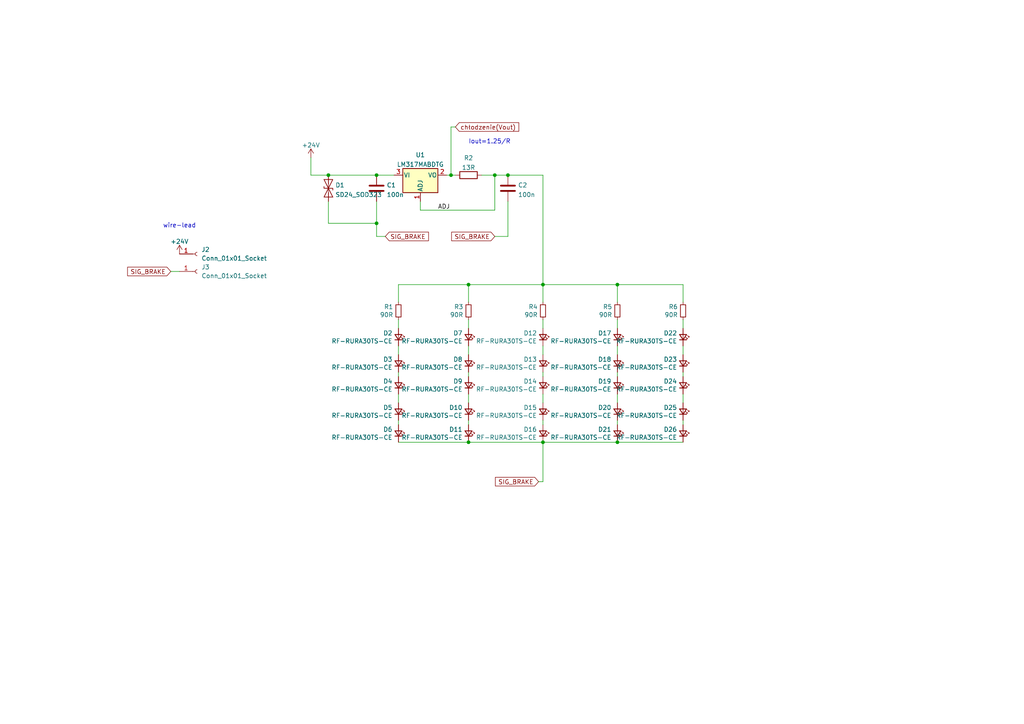
<source format=kicad_sch>
(kicad_sch (version 20231120) (generator "eeschema") (generator_version "8.0")
  (paper "A4")
  (title_block (title "Brake Light") (date "2020-11-22") (company "Put Motorsport"))
  (lib_symbols
    (symbol "Connector:Conn_01x01_Socket" (pin_names (offset 1.016) hide)
      (property "Reference" "J" (at 0 2.54 0))
      (property "Value" "Conn_01x01_Socket" (at 0 -2.54 0))
      (symbol "Conn_01x01_Socket_1_1"
        (polyline (pts (xy -1.27 0) (xy -0.508 0)) (stroke (width 0.1524)))
        (arc (start 0 0.508) (mid -0.5058 0) (end 0 -0.508) (stroke (width 0.1524)))
        (pin passive line (at -5.08 0 0) (length 3.81) (name "Pin_1") (number "1"))
      )
    )
    (symbol "Device:C" (pin_numbers hide) (pin_names (offset 0.254))
      (property "Reference" "C" (at 0.635 2.54 0))
      (property "Value" "C" (at 0.635 -2.54 0))
      (symbol "C_0_1"
        (polyline (pts (xy -2.032 -0.762) (xy 2.032 -0.762)) (stroke (width 0.508)))
        (polyline (pts (xy -2.032 0.762) (xy 2.032 0.762)) (stroke (width 0.508)))
      )
      (symbol "C_1_1"
        (pin passive line (at 0 3.81 270) (length 2.794) (name "~") (number "1"))
        (pin passive line (at 0 -3.81 90) (length 2.794) (name "~") (number "2"))
      )
    )
    (symbol "Device:LED_Small" (pin_numbers hide) (pin_names (offset 0.254) hide)
      (property "Reference" "D" (at -1.27 3.175 0))
      (property "Value" "LED_Small" (at -4.445 -2.54 0))
      (symbol "LED_Small_0_1"
        (polyline (pts (xy -0.762 -1.016) (xy -0.762 1.016)) (stroke (width 0.254)))
        (polyline (pts (xy 1.016 0) (xy -0.762 0)))
        (polyline (pts (xy 0.762 -1.016) (xy -0.762 0) (xy 0.762 1.016) (xy 0.762 -1.016)) (stroke (width 0.254)))
        (polyline (pts (xy 0 0.762) (xy -0.508 1.27) (xy -0.254 1.27) (xy -0.508 1.27) (xy -0.508 1.016)))
        (polyline (pts (xy 0.508 1.27) (xy 0 1.778) (xy 0.254 1.778) (xy 0 1.778) (xy 0 1.524)))
      )
      (symbol "LED_Small_1_1"
        (pin passive line (at -2.54 0 0) (length 1.778) (name "K") (number "1"))
        (pin passive line (at 2.54 0 180) (length 1.778) (name "A") (number "2"))
      )
    )
    (symbol "Device:R" (pin_numbers hide) (pin_names (offset 0))
      (property "Reference" "R" (at 2.032 0 90))
      (property "Value" "R" (at 0 0 90))
      (symbol "R_0_1"
        (rectangle (start -1.016 -2.54) (end 1.016 2.54) (stroke (width 0.254)))
      )
      (symbol "R_1_1"
        (pin passive line (at 0 3.81 270) (length 1.27) (name "~") (number "1"))
        (pin passive line (at 0 -3.81 90) (length 1.27) (name "~") (number "2"))
      )
    )
    (symbol "Device:R_Small" (pin_numbers hide) (pin_names (offset 0.254) hide)
      (property "Reference" "R" (at 0.762 0.508 0))
      (property "Value" "R_Small" (at 0.762 -1.016 0))
      (symbol "R_Small_0_1"
        (rectangle (start -0.762 1.778) (end 0.762 -1.778) (stroke (width 0.2032)))
      )
      (symbol "R_Small_1_1"
        (pin passive line (at 0 2.54 270) (length 0.762) (name "~") (number "1"))
        (pin passive line (at 0 -2.54 90) (length 0.762) (name "~") (number "2"))
      )
    )
    (symbol "Diode:SD24_SOD323" (pin_numbers hide) (pin_names (offset 1.016) hide)
      (property "Reference" "D" (at 0 2.54 0))
      (property "Value" "SD24_SOD323" (at 0 -2.54 0))
      (symbol "SD24_SOD323_0_1"
        (polyline (pts (xy 1.27 0) (xy -1.27 0)))
        (polyline (pts (xy -2.54 -1.27) (xy 0 0) (xy -2.54 1.27) (xy -2.54 -1.27)) (stroke (width 0.2032)))
        (polyline (pts (xy 0.508 1.27) (xy 0 1.27) (xy 0 -1.27) (xy -0.508 -1.27)) (stroke (width 0.2032)))
        (polyline (pts (xy 2.54 1.27) (xy 2.54 -1.27) (xy 0 0) (xy 2.54 1.27)) (stroke (width 0.2032)))
      )
      (symbol "SD24_SOD323_1_1"
        (pin passive line (at -3.81 0 0) (length 2.54) (name "A1") (number "1"))
        (pin passive line (at 3.81 0 180) (length 2.54) (name "A2") (number "2"))
      )
    )
    (symbol "Regulator_Linear:LM317_SOT-223" (pin_names (offset 0.254))
      (property "Reference" "U" (at -3.81 3.175 0))
      (property "Value" "LM317_SOT-223" (at 0 3.175 0))
      (symbol "LM317_SOT-223_0_1"
        (rectangle (start -5.08 1.905) (end 5.08 -5.08) (stroke (width 0.254)) (fill (type background)))
      )
      (symbol "LM317_SOT-223_1_1"
        (pin input line (at 0 -7.62 90) (length 2.54) (name "ADJ") (number "1"))
        (pin power_out line (at 7.62 0 180) (length 2.54) (name "VO") (number "2"))
        (pin power_in line (at -7.62 0 0) (length 2.54) (name "VI") (number "3"))
      )
    )
    (symbol "power:+24V" (power) (pin_names (offset 0))
      (property "Value" "+24V" (at 0 3.556 0))
      (symbol "+24V_0_1"
        (polyline (pts (xy -0.762 1.27) (xy 0 2.54)))
        (polyline (pts (xy 0 0) (xy 0 2.54)))
        (polyline (pts (xy 0 2.54) (xy 0.762 1.27)))
      )
      (symbol "+24V_1_1"
        (pin power_in line (at 0 0 90) (length 0) hide (name "+24V") (number "1"))
      )
    )
  )
  (junction (at 135.89 82.55))
  (junction (at 179.07 82.55))
  (junction (at 109.22 64.77))
  (junction (at 157.48 128.27))
  (junction (at 147.32 50.8))
  (junction (at 135.89 128.27))
  (junction (at 179.07 128.27))
  (junction (at 143.51 50.8))
  (junction (at 157.48 82.55))
  (junction (at 95.25 50.8))
  (junction (at 109.22 50.8))
  (junction (at 130.81 50.8))
  (wire (pts (xy 198.12 114.3) (xy 198.12 116.84)))
  (wire (pts (xy 198.12 128.27) (xy 179.07 128.27)))
  (wire (pts (xy 143.51 68.58) (xy 147.32 68.58)))
  (wire (pts (xy 198.12 107.95) (xy 198.12 109.22)))
  (wire (pts (xy 90.17 45.72) (xy 90.17 50.8)))
  (wire (pts (xy 156.21 139.7) (xy 157.48 139.7)))
  (wire (pts (xy 179.07 87.63) (xy 179.07 82.55)))
  (wire (pts (xy 157.48 128.27) (xy 135.89 128.27)))
  (wire (pts (xy 135.89 107.95) (xy 135.89 109.22)))
  (wire (pts (xy 115.57 92.71) (xy 115.57 95.25)))
  (wire (pts (xy 109.22 68.58) (xy 111.76 68.58)))
  (wire (pts (xy 198.12 82.55) (xy 198.12 87.63)))
  (wire (pts (xy 157.48 92.71) (xy 157.48 95.25)))
  (wire (pts (xy 130.81 50.8) (xy 132.08 50.8)))
  (wire (pts (xy 95.25 64.77) (xy 109.22 64.77)))
  (wire (pts (xy 135.89 82.55) (xy 157.48 82.55)))
  (wire (pts (xy 115.57 114.3) (xy 115.57 116.84)))
  (wire (pts (xy 135.89 100.33) (xy 135.89 102.87)))
  (wire (pts (xy 179.07 82.55) (xy 157.48 82.55)))
  (wire (pts (xy 109.22 50.8) (xy 114.3 50.8)))
  (wire (pts (xy 147.32 58.42) (xy 147.32 68.58)))
  (wire (pts (xy 130.81 50.8) (xy 130.81 36.83)))
  (wire (pts (xy 95.25 50.8) (xy 109.22 50.8)))
  (wire (pts (xy 115.57 100.33) (xy 115.57 102.87)))
  (wire (pts (xy 198.12 82.55) (xy 179.07 82.55)))
  (wire (pts (xy 157.48 139.7) (xy 157.48 128.27)))
  (wire (pts (xy 198.12 92.71) (xy 198.12 95.25)))
  (wire (pts (xy 135.89 121.92) (xy 135.89 123.19)))
  (wire (pts (xy 130.81 36.83) (xy 132.08 36.83)))
  (wire (pts (xy 109.22 64.77) (xy 109.22 58.42)))
  (wire (pts (xy 157.48 121.92) (xy 157.48 123.19)))
  (wire (pts (xy 157.48 100.33) (xy 157.48 102.87)))
  (wire (pts (xy 95.25 58.42) (xy 95.25 64.77)))
  (wire (pts (xy 115.57 107.95) (xy 115.57 109.22)))
  (wire (pts (xy 135.89 92.71) (xy 135.89 95.25)))
  (wire (pts (xy 179.07 121.92) (xy 179.07 123.19)))
  (wire (pts (xy 179.07 128.27) (xy 157.48 128.27)))
  (wire (pts (xy 143.51 50.8) (xy 139.7 50.8)))
  (wire (pts (xy 135.89 82.55) (xy 115.57 82.55)))
  (wire (pts (xy 121.92 60.96) (xy 143.51 60.96)))
  (wire (pts (xy 157.48 50.8) (xy 147.32 50.8)))
  (wire (pts (xy 179.07 107.95) (xy 179.07 109.22)))
  (wire (pts (xy 179.07 100.33) (xy 179.07 102.87)))
  (wire (pts (xy 135.89 128.27) (xy 115.57 128.27)))
  (wire (pts (xy 115.57 82.55) (xy 115.57 87.63)))
  (wire (pts (xy 157.48 50.8) (xy 157.48 82.55)))
  (wire (pts (xy 179.07 92.71) (xy 179.07 95.25)))
  (wire (pts (xy 198.12 121.92) (xy 198.12 123.19)))
  (wire (pts (xy 109.22 64.77) (xy 109.22 68.58)))
  (wire (pts (xy 143.51 60.96) (xy 143.51 50.8)))
  (wire (pts (xy 90.17 50.8) (xy 95.25 50.8)))
  (wire (pts (xy 49.53 78.74) (xy 52.07 78.74)))
  (wire (pts (xy 198.12 100.33) (xy 198.12 102.87)))
  (wire (pts (xy 135.89 114.3) (xy 135.89 116.84)))
  (wire (pts (xy 179.07 114.3) (xy 179.07 116.84)))
  (wire (pts (xy 115.57 123.19) (xy 115.57 121.92)))
  (wire (pts (xy 157.48 87.63) (xy 157.48 82.55)))
  (wire (pts (xy 157.48 107.95) (xy 157.48 109.22)))
  (wire (pts (xy 147.32 50.8) (xy 143.51 50.8)))
  (wire (pts (xy 129.54 50.8) (xy 130.81 50.8)))
  (wire (pts (xy 121.92 58.42) (xy 121.92 60.96)))
  (wire (pts (xy 135.89 87.63) (xy 135.89 82.55)))
  (wire (pts (xy 157.48 114.3) (xy 157.48 116.84)))
  (text "wire-lead" (at 52.07 65.532 0) (effects (font (size 1.27 1.27))))
  (text "Iout=1.25/R" (at 135.89 41.91 0) (effects (font (size 1.27 1.27)) (justify left bottom)))
  (label "ADJ" (at 127 60.96 0))
  (global_label "SIG_BRAKE" (shape input) (at 156.21 139.7 180) (property "Intersheetrefs" "${INTERSHEET_REFS}" (effects (hide yes))))
  (global_label "SIG_BRAKE" (shape input) (at 143.51 68.58 180) (property "Intersheetrefs" "${INTERSHEET_REFS}" (effects (hide yes))))
  (global_label "SIG_BRAKE" (shape input) (at 111.76 68.58 0) (property "Intersheetrefs" "${INTERSHEET_REFS}" (effects (hide yes))))
  (global_label "chłodzenie(Vout)" (shape input) (at 132.08 36.83 0) (property "Intersheetrefs" "${INTERSHEET_REFS}" (effects (hide yes))))
  (global_label "SIG_BRAKE" (shape input) (at 49.53 78.74 180) (property "Intersheetrefs" "${INTERSHEET_REFS}" (effects (hide yes))))
  (symbol (lib_id "Device:LED_Small") (at 198.12 97.79 270) (mirror x) (unit 1)
    (property "Reference" "D22" (at 196.3928 96.6216 90) (effects (justify right)))
    (property "Value" "RF-RURA30TS-CE" (at 196.3928 98.933 90) (effects (justify right)))
    (property "Footprint" "LED_SMD:LED_PLCC-2" (effects (hide yes)))
  )
  (symbol (lib_id "Device:LED_Small") (at 198.12 105.41 270) (mirror x) (unit 1)
    (property "Reference" "D23" (at 196.3928 104.2416 90) (effects (justify right)))
    (property "Value" "RF-RURA30TS-CE" (at 196.3928 106.553 90) (effects (justify right)))
    (property "Footprint" "LED_SMD:LED_PLCC-2" (effects (hide yes)))
  )
  (symbol (lib_id "Device:LED_Small") (at 198.12 111.76 270) (mirror x) (unit 1)
    (property "Reference" "D24" (at 196.3928 110.5916 90) (effects (justify right)))
    (property "Value" "RF-RURA30TS-CE" (at 196.3928 112.903 90) (effects (justify right)))
    (property "Footprint" "LED_SMD:LED_PLCC-2" (effects (hide yes)))
  )
  (symbol (lib_id "Device:LED_Small") (at 198.12 119.38 270) (mirror x) (unit 1)
    (property "Reference" "D25" (at 196.3928 118.2116 90) (effects (justify right)))
    (property "Value" "RF-RURA30TS-CE" (at 196.3928 120.523 90) (effects (justify right)))
    (property "Footprint" "LED_SMD:LED_PLCC-2" (effects (hide yes)))
  )
  (symbol (lib_id "Device:LED_Small") (at 198.12 125.73 270) (mirror x) (unit 1)
    (property "Reference" "D26" (at 196.3928 124.5616 90) (effects (justify right)))
    (property "Value" "RF-RURA30TS-CE" (at 196.3928 126.873 90) (effects (justify right)))
    (property "Footprint" "LED_SMD:LED_PLCC-2" (effects (hide yes)))
  )
  (symbol (lib_id "Device:LED_Small") (at 179.07 97.79 270) (mirror x) (unit 1)
    (property "Reference" "D17" (at 177.3428 96.6216 90) (effects (justify right)))
    (property "Value" "RF-RURA30TS-CE" (at 177.3428 98.933 90) (effects (justify right)))
    (property "Footprint" "LED_SMD:LED_PLCC-2" (effects (hide yes)))
  )
  (symbol (lib_id "Device:LED_Small") (at 179.07 105.41 270) (mirror x) (unit 1)
    (property "Reference" "D18" (at 177.3428 104.2416 90) (effects (justify right)))
    (property "Value" "RF-RURA30TS-CE" (at 177.3428 106.553 90) (effects (justify right)))
    (property "Footprint" "LED_SMD:LED_PLCC-2" (effects (hide yes)))
  )
  (symbol (lib_id "Device:LED_Small") (at 179.07 111.76 270) (mirror x) (unit 1)
    (property "Reference" "D19" (at 177.3428 110.5916 90) (effects (justify right)))
    (property "Value" "RF-RURA30TS-CE" (at 177.3428 112.903 90) (effects (justify right)))
    (property "Footprint" "LED_SMD:LED_PLCC-2" (effects (hide yes)))
  )
  (symbol (lib_id "Device:LED_Small") (at 179.07 119.38 270) (mirror x) (unit 1)
    (property "Reference" "D20" (at 177.3428 118.2116 90) (effects (justify right)))
    (property "Value" "RF-RURA30TS-CE" (at 177.3428 120.523 90) (effects (justify right)))
    (property "Footprint" "LED_SMD:LED_PLCC-2" (effects (hide yes)))
  )
  (symbol (lib_id "Device:LED_Small") (at 179.07 125.73 270) (mirror x) (unit 1)
    (property "Reference" "D21" (at 177.3428 124.5616 90) (effects (justify right)))
    (property "Value" "RF-RURA30TS-CE" (at 177.3428 126.873 90) (effects (justify right)))
    (property "Footprint" "LED_SMD:LED_PLCC-2" (effects (hide yes)))
  )
  (symbol (lib_id "Device:LED_Small") (at 157.48 97.79 270) (mirror x) (unit 1)
    (property "Reference" "D12" (at 155.7528 96.6216 90) (effects (justify right)))
    (property "Value" "RF-RURA30TS-CE" (at 155.7528 98.933 90) (effects (justify right)))
    (property "Footprint" "LED_SMD:LED_PLCC-2" (effects (hide yes)))
  )
  (symbol (lib_id "Device:LED_Small") (at 157.48 105.41 270) (mirror x) (unit 1)
    (property "Reference" "D13" (at 155.7528 104.2416 90) (effects (justify right)))
    (property "Value" "RF-RURA30TS-CE" (at 155.7528 106.553 90) (effects (justify right)))
    (property "Footprint" "LED_SMD:LED_PLCC-2" (effects (hide yes)))
  )
  (symbol (lib_id "Device:LED_Small") (at 157.48 111.76 270) (mirror x) (unit 1)
    (property "Reference" "D14" (at 155.7528 110.5916 90) (effects (justify right)))
    (property "Value" "RF-RURA30TS-CE" (at 155.7528 112.903 90) (effects (justify right)))
    (property "Footprint" "LED_SMD:LED_PLCC-2" (effects (hide yes)))
  )
  (symbol (lib_id "Device:LED_Small") (at 157.48 119.38 270) (mirror x) (unit 1)
    (property "Reference" "D15" (at 155.7528 118.2116 90) (effects (justify right)))
    (property "Value" "RF-RURA30TS-CE" (at 155.7528 120.523 90) (effects (justify right)))
    (property "Footprint" "LED_SMD:LED_PLCC-2" (effects (hide yes)))
  )
  (symbol (lib_id "Device:LED_Small") (at 157.48 125.73 270) (mirror x) (unit 1)
    (property "Reference" "D16" (at 155.7528 124.5616 90) (effects (justify right)))
    (property "Value" "RF-RURA30TS-CE" (at 155.7528 126.873 90) (effects (justify right)))
    (property "Footprint" "LED_SMD:LED_PLCC-2" (effects (hide yes)))
  )
  (symbol (lib_id "Device:LED_Small") (at 135.89 97.79 270) (mirror x) (unit 1)
    (property "Reference" "D7" (at 134.1628 96.6216 90) (effects (justify right)))
    (property "Value" "RF-RURA30TS-CE" (at 134.1628 98.933 90) (effects (justify right)))
    (property "Footprint" "LED_SMD:LED_PLCC-2" (effects (hide yes)))
  )
  (symbol (lib_id "Device:LED_Small") (at 135.89 105.41 270) (mirror x) (unit 1)
    (property "Reference" "D8" (at 134.1628 104.2416 90) (effects (justify right)))
    (property "Value" "RF-RURA30TS-CE" (at 134.1628 106.553 90) (effects (justify right)))
    (property "Footprint" "LED_SMD:LED_PLCC-2" (effects (hide yes)))
  )
  (symbol (lib_id "Device:LED_Small") (at 135.89 111.76 270) (mirror x) (unit 1)
    (property "Reference" "D9" (at 134.1628 110.5916 90) (effects (justify right)))
    (property "Value" "RF-RURA30TS-CE" (at 134.1628 112.903 90) (effects (justify right)))
    (property "Footprint" "LED_SMD:LED_PLCC-2" (effects (hide yes)))
  )
  (symbol (lib_id "Device:LED_Small") (at 135.89 119.38 270) (mirror x) (unit 1)
    (property "Reference" "D10" (at 134.1628 118.2116 90) (effects (justify right)))
    (property "Value" "RF-RURA30TS-CE" (at 134.1628 120.523 90) (effects (justify right)))
    (property "Footprint" "LED_SMD:LED_PLCC-2" (effects (hide yes)))
  )
  (symbol (lib_id "Device:LED_Small") (at 135.89 125.73 270) (mirror x) (unit 1)
    (property "Reference" "D11" (at 134.1628 124.5616 90) (effects (justify right)))
    (property "Value" "RF-RURA30TS-CE" (at 134.1628 126.873 90) (effects (justify right)))
    (property "Footprint" "LED_SMD:LED_PLCC-2" (effects (hide yes)))
  )
  (symbol (lib_id "Device:LED_Small") (at 115.57 97.79 270) (mirror x) (unit 1)
    (property "Reference" "D2" (at 113.8428 96.6216 90) (effects (justify right)))
    (property "Value" "RF-RURA30TS-CE" (at 113.8428 98.933 90) (effects (justify right)))
    (property "Footprint" "LED_SMD:LED_PLCC-2" (effects (hide yes)))
  )
  (symbol (lib_id "Device:LED_Small") (at 115.57 105.41 270) (mirror x) (unit 1)
    (property "Reference" "D3" (at 113.8428 104.2416 90) (effects (justify right)))
    (property "Value" "RF-RURA30TS-CE" (at 113.8428 106.553 90) (effects (justify right)))
    (property "Footprint" "LED_SMD:LED_PLCC-2" (effects (hide yes)))
  )
  (symbol (lib_id "Device:LED_Small") (at 115.57 111.76 270) (mirror x) (unit 1)
    (property "Reference" "D4" (at 113.8428 110.5916 90) (effects (justify right)))
    (property "Value" "RF-RURA30TS-CE" (at 113.8428 112.903 90) (effects (justify right)))
    (property "Footprint" "LED_SMD:LED_PLCC-2" (effects (hide yes)))
  )
  (symbol (lib_id "Device:LED_Small") (at 115.57 119.38 270) (mirror x) (unit 1)
    (property "Reference" "D5" (at 113.8428 118.2116 90) (effects (justify right)))
    (property "Value" "RF-RURA30TS-CE" (at 113.8428 120.523 90) (effects (justify right)))
    (property "Footprint" "LED_SMD:LED_PLCC-2" (effects (hide yes)))
  )
  (symbol (lib_id "Device:R_Small") (at 115.57 90.17 0) (mirror y) (unit 1)
    (property "Reference" "R1" (at 114.0714 89.0016 0) (effects (justify left)))
    (property "Value" "90R" (at 114.0714 91.313 0) (effects (justify left)))
    (property "Footprint" "Resistor_SMD:R_1206_3216Metric" (effects (hide yes)))
  )
  (symbol (lib_id "Regulator_Linear:LM317_SOT-223") (at 121.92 50.8 0) (unit 1)
    (property "Reference" "U1" (at 121.92 44.9285 0))
    (property "Value" "LM317MABDTG" (at 121.92 47.7036 0))
    (property "Footprint" "footprint:NVD5117PLT4GVF01" (effects (hide yes)))
    (property "Datasheet" "https://www.mouser.pl/ProductDetail/onsemi/LM317MABDTG?qs=2OtswVQKCOGEzhsRL8SJ6g%3D%3D" (effects (hide yes)))
  )
  (symbol (lib_id "Diode:SD24_SOD323") (at 95.25 54.61 270) (unit 1)
    (property "Reference" "D1" (at 97.2566 53.7015 90) (effects (justify left)))
    (property "Value" "SD24_SOD323" (at 97.2566 56.4766 90) (effects (justify left)))
    (property "Footprint" "Diode_SMD:D_SOD-323" (effects (hide yes)))
    (property "Datasheet" "https://www.littelfuse.com/~/media/electronics/datasheets/tvs_diode_arrays/littelfuse_tvs_diode_array_sd_c_datasheet.pdf.pdf" (effects (hide yes)))
  )
  (symbol (lib_id "Connector:Conn_01x01_Socket") (at 57.15 73.66 0) (unit 1)
    (property "Reference" "J2" (at 58.42 72.3899 0) (effects (justify left)))
    (property "Value" "Conn_01x01_Socket" (at 58.42 74.9299 0) (effects (justify left)))
    (property "Footprint" "Connector_Wire:SolderWire-0.75sqmm_1x01_D1.25mm_OD3.5mm" (effects (hide yes)))
    (property "Description" "Generic connector, single row, 01x01, script generated" (effects (hide yes)))
  )
  (symbol (lib_id "Device:R_Small") (at 179.07 90.17 0) (mirror y) (unit 1)
    (property "Reference" "R5" (at 177.5714 89.0016 0) (effects (justify left)))
    (property "Value" "90R" (at 177.5714 91.313 0) (effects (justify left)))
    (property "Footprint" "Resistor_SMD:R_1206_3216Metric" (effects (hide yes)))
  )
  (symbol (lib_id "Device:C") (at 109.22 54.61 0) (unit 1)
    (property "Reference" "C1" (at 112.141 53.7015 0) (effects (justify left)))
    (property "Value" "100n" (at 112.141 56.4766 0) (effects (justify left)))
    (property "Footprint" "Capacitor_SMD:C_0603_1608Metric" (effects (hide yes)))
  )
  (symbol (lib_id "Device:R_Small") (at 135.89 90.17 0) (mirror y) (unit 1)
    (property "Reference" "R3" (at 134.3914 89.0016 0) (effects (justify left)))
    (property "Value" "90R" (at 134.3914 91.313 0) (effects (justify left)))
    (property "Footprint" "Resistor_SMD:R_1206_3216Metric" (effects (hide yes)))
  )
  (symbol (lib_id "Connector:Conn_01x01_Socket") (at 57.15 78.74 0) (unit 1)
    (property "Reference" "J3" (at 58.42 77.4699 0) (effects (justify left)))
    (property "Value" "Conn_01x01_Socket" (at 58.42 80.0099 0) (effects (justify left)))
    (property "Footprint" "Connector_Wire:SolderWire-0.75sqmm_1x01_D1.25mm_OD3.5mm" (effects (hide yes)))
    (property "Description" "Generic connector, single row, 01x01, script generated" (effects (hide yes)))
  )
  (symbol (lib_id "Device:R_Small") (at 198.12 90.17 0) (mirror y) (unit 1)
    (property "Reference" "R6" (at 196.6214 89.0016 0) (effects (justify left)))
    (property "Value" "90R" (at 196.6214 91.313 0) (effects (justify left)))
    (property "Footprint" "Resistor_SMD:R_1206_3216Metric" (effects (hide yes)))
  )
  (symbol (lib_id "Device:R") (at 135.89 50.8 90) (unit 1)
    (property "Reference" "R2" (at 135.89 45.8175 90))
    (property "Value" "13R" (at 135.89 48.5926 90))
    (property "Footprint" "Resistor_SMD:R_1206_3216Metric" (effects (hide yes)))
  )
  (symbol (lib_id "power:+24V") (at 90.17 45.72 0) (unit 1)
    (property "Reference" "#PWR02" (effects (hide yes)))
    (property "Value" "+24V" (at 90.17 42.1155 0))
  )
  (symbol (lib_id "Device:LED_Small") (at 115.57 125.73 270) (mirror x) (unit 1)
    (property "Reference" "D6" (at 113.8428 124.5616 90) (effects (justify right)))
    (property "Value" "RF-RURA30TS-CE" (at 113.8428 126.873 90) (effects (justify right)))
    (property "Footprint" "LED_SMD:LED_PLCC-2" (effects (hide yes)))
  )
  (symbol (lib_id "Device:R_Small") (at 157.48 90.17 0) (mirror y) (unit 1)
    (property "Reference" "R4" (at 155.9814 89.0016 0) (effects (justify left)))
    (property "Value" "90R" (at 155.9814 91.313 0) (effects (justify left)))
    (property "Footprint" "Resistor_SMD:R_1206_3216Metric" (effects (hide yes)))
  )
  (symbol (lib_id "Device:C") (at 147.32 54.61 0) (unit 1)
    (property "Reference" "C2" (at 150.241 53.7015 0) (effects (justify left)))
    (property "Value" "100n" (at 150.241 56.4766 0) (effects (justify left)))
    (property "Footprint" "Capacitor_SMD:C_0603_1608Metric" (effects (hide yes)))
  )
  (symbol (lib_id "power:+24V") (at 52.07 73.66 0) (unit 1)
    (property "Reference" "#PWR03" (effects (hide yes)))
    (property "Value" "+24V" (at 52.07 70.0555 0))
  )
)
</source>
